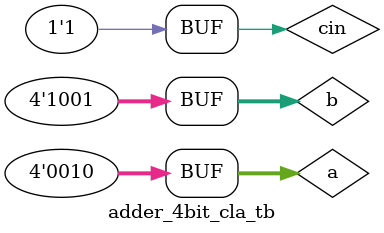
<source format=v>
`timescale 1ns / 1ps



module adder_4bit_cla_tb();
reg [3:0] a, b;
reg cin;
wire [3:0] sum;
wire Cout;
adder_4bit_cla uut(.sum(sum), .Cout(Cout), .a(a), .b(b), .cin(cin));
initial begin
$monitor (    $time    ,  "     a=%d    b=%d    cin=%d    sum=%d    Cout=%d ",a,b,cin,sum,Cout);
end 
initial begin  
    a = 4'd1; b = 4'd2; cin = 1'd1;
    #100 a = 4'd2; b = 4'd5; cin = 1'd0;
    #100 a = 4'd5; b = 4'd6; cin = 1'd1;
	 #100 a = 4'd6; b = 4'd8; cin = 1'd0;
    #100 a = 4'd2; b = 4'd9; cin = 1'd1;
end
endmodule
</source>
